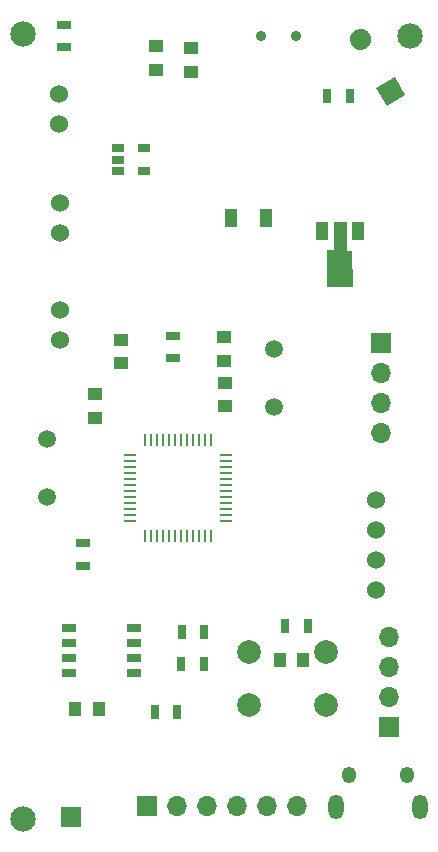
<source format=gbs>
G04 #@! TF.GenerationSoftware,KiCad,Pcbnew,5.1.7-a382d34a8~88~ubuntu18.04.1*
G04 #@! TF.CreationDate,2021-05-31T17:25:42+05:30*
G04 #@! TF.ProjectId,Sensor_PCB_v5,53656e73-6f72-45f5-9043-425f76352e6b,rev?*
G04 #@! TF.SameCoordinates,Original*
G04 #@! TF.FileFunction,Soldermask,Bot*
G04 #@! TF.FilePolarity,Negative*
%FSLAX46Y46*%
G04 Gerber Fmt 4.6, Leading zero omitted, Abs format (unit mm)*
G04 Created by KiCad (PCBNEW 5.1.7-a382d34a8~88~ubuntu18.04.1) date 2021-05-31 17:25:42*
%MOMM*%
%LPD*%
G01*
G04 APERTURE LIST*
%ADD10C,2.150000*%
%ADD11R,1.300000X0.700000*%
%ADD12C,1.524000*%
%ADD13O,1.300000X2.100000*%
%ADD14O,1.200000X1.400000*%
%ADD15R,1.000000X1.500000*%
%ADD16C,0.100000*%
%ADD17R,1.700000X1.700000*%
%ADD18O,1.700000X1.700000*%
%ADD19R,1.000000X0.230000*%
%ADD20R,0.230000X1.000000*%
%ADD21C,0.900000*%
%ADD22R,1.000000X1.250000*%
%ADD23R,1.250000X1.000000*%
%ADD24R,0.700000X1.300000*%
%ADD25R,1.060000X0.650000*%
%ADD26C,1.500000*%
%ADD27C,2.000000*%
%ADD28R,1.000000X1.600000*%
G04 APERTURE END LIST*
D10*
X25206960Y-87741760D03*
X57998360Y-21450300D03*
X25224740Y-21264880D03*
D11*
X34621900Y-74109600D03*
X34621900Y-75379600D03*
X34621900Y-72839600D03*
X34621900Y-71569600D03*
X29121900Y-74109600D03*
X29121900Y-75379600D03*
X29121900Y-72839600D03*
X29121900Y-71569600D03*
D12*
X28323900Y-44656100D03*
X28333900Y-47196100D03*
D13*
X51677600Y-86741000D03*
X58827600Y-86741000D03*
D14*
X52827600Y-83991000D03*
X57677600Y-83991000D03*
D12*
X28224800Y-26324900D03*
X28234800Y-28864900D03*
X28298500Y-35557800D03*
X28308500Y-38097800D03*
X55107500Y-60744100D03*
X55107500Y-63284100D03*
X55107500Y-65824100D03*
X55107500Y-68364100D03*
D15*
X50529400Y-37943700D03*
X53529400Y-37943700D03*
D16*
G36*
X51558949Y-37184620D02*
G01*
X51565211Y-37186266D01*
X51587513Y-37193700D01*
X52539400Y-37193700D01*
X52549155Y-37194661D01*
X52558534Y-37197506D01*
X52567179Y-37202127D01*
X52574755Y-37208345D01*
X52580973Y-37215921D01*
X52585594Y-37224566D01*
X52588439Y-37233945D01*
X52589400Y-37243700D01*
X52589400Y-39633700D01*
X53039400Y-39633700D01*
X53049155Y-39634661D01*
X53058534Y-39637506D01*
X53067179Y-39642127D01*
X53074755Y-39648345D01*
X53080973Y-39655921D01*
X53085594Y-39664566D01*
X53088439Y-39673945D01*
X53089400Y-39683531D01*
X53099400Y-42633531D01*
X53098472Y-42643288D01*
X53095659Y-42652677D01*
X53091067Y-42661337D01*
X53084875Y-42668935D01*
X53077319Y-42675179D01*
X53068691Y-42679829D01*
X53059321Y-42682706D01*
X53049400Y-42683700D01*
X52539400Y-42683700D01*
X52539400Y-42723700D01*
X51539400Y-42723700D01*
X51539400Y-42683700D01*
X50989400Y-42683700D01*
X50979645Y-42682739D01*
X50970266Y-42679894D01*
X50961621Y-42675273D01*
X50954045Y-42669055D01*
X50947827Y-42661479D01*
X50943206Y-42652834D01*
X50940361Y-42643455D01*
X50939400Y-42633700D01*
X50939400Y-39623700D01*
X50940361Y-39613945D01*
X50943206Y-39604566D01*
X50947827Y-39595921D01*
X50954045Y-39588345D01*
X50961621Y-39582127D01*
X50970266Y-39577506D01*
X50979645Y-39574661D01*
X50989400Y-39573700D01*
X51509190Y-39573700D01*
X51499400Y-37233909D01*
X51500320Y-37224151D01*
X51503126Y-37214759D01*
X51507711Y-37206096D01*
X51513897Y-37198493D01*
X51521448Y-37192243D01*
X51530073Y-37187586D01*
X51539440Y-37184702D01*
X51549191Y-37183700D01*
X51558949Y-37184620D01*
G37*
D17*
X35679400Y-86669900D03*
D18*
X38219400Y-86669900D03*
X40759400Y-86669900D03*
X43299400Y-86669900D03*
X45839400Y-86669900D03*
X48379400Y-86669900D03*
D19*
X42362100Y-57421800D03*
D20*
X41092100Y-63771800D03*
X40584100Y-63771800D03*
X40076100Y-63771800D03*
X39568100Y-63771800D03*
X39060100Y-63771800D03*
X38552100Y-63771800D03*
X38044100Y-63771800D03*
X37536100Y-63771800D03*
X37028100Y-63771800D03*
X36520100Y-63771800D03*
X36012100Y-63771800D03*
X35504100Y-63771800D03*
D19*
X34234100Y-62501800D03*
X34234100Y-61993800D03*
X34234100Y-60977800D03*
X34234100Y-60469800D03*
X34234100Y-59961800D03*
X34234100Y-59453800D03*
X34234100Y-58945800D03*
X34234100Y-58437800D03*
X34234100Y-57929800D03*
X34234100Y-57421800D03*
X34234100Y-56913800D03*
D20*
X36012100Y-55643800D03*
X36520100Y-55643800D03*
X37028100Y-55643800D03*
X37536100Y-55643800D03*
X38044100Y-55643800D03*
X38552100Y-55643800D03*
X39060100Y-55643800D03*
X39568100Y-55643800D03*
X40076100Y-55643800D03*
X40584100Y-55643800D03*
X41092100Y-55643800D03*
D19*
X42362100Y-56913800D03*
X42362100Y-57929800D03*
X42362100Y-58437800D03*
X42362100Y-58945800D03*
X42362100Y-59453800D03*
X42362100Y-59961800D03*
X42362100Y-60469800D03*
X42362100Y-60977800D03*
X42362100Y-61485800D03*
X42362100Y-61993800D03*
X42362100Y-62501800D03*
D20*
X35504100Y-55643800D03*
D19*
X34234100Y-61485800D03*
D21*
X45332500Y-21424900D03*
X48332500Y-21424900D03*
D11*
X30261600Y-66278800D03*
X30261600Y-64378800D03*
D17*
X56200000Y-79926200D03*
D18*
X56200000Y-77386200D03*
X56200000Y-74846200D03*
X56200000Y-72306200D03*
D17*
X29255700Y-87609700D03*
X55473600Y-47475100D03*
D18*
X55473600Y-50015100D03*
X55473600Y-52555100D03*
X55473600Y-55095100D03*
D22*
X48935600Y-74284800D03*
X46935600Y-74284800D03*
D23*
X42227500Y-48947600D03*
X42227500Y-46947600D03*
X42296100Y-50805800D03*
X42296100Y-52805800D03*
X33530500Y-47150800D03*
X33530500Y-49150800D03*
X31249600Y-51786300D03*
X31249600Y-53786300D03*
X36446500Y-24291800D03*
X36446500Y-22291800D03*
X39413200Y-24477200D03*
X39413200Y-22477200D03*
D24*
X47401400Y-71384200D03*
X49301400Y-71384200D03*
D11*
X37863800Y-48719800D03*
X37863800Y-46819800D03*
X28638500Y-20490100D03*
X28638500Y-22390100D03*
D24*
X52875200Y-26489700D03*
X50975200Y-26489700D03*
G36*
G01*
X54234500Y-22516614D02*
X54234500Y-22516614D01*
G75*
G02*
X53005077Y-22187191I-450000J779423D01*
G01*
X53005077Y-22187191D01*
G75*
G02*
X53334500Y-20957768I779423J450000D01*
G01*
X53334500Y-20957768D01*
G75*
G02*
X54563923Y-21287191I450000J-779423D01*
G01*
X54563923Y-21287191D01*
G75*
G02*
X54234500Y-22516614I-779423J-450000D01*
G01*
G37*
D16*
G36*
X57553923Y-26466023D02*
G01*
X55995077Y-27366023D01*
X55095077Y-25807177D01*
X56653923Y-24907177D01*
X57553923Y-26466023D01*
G37*
D25*
X33271300Y-32860000D03*
X33271300Y-31910000D03*
X33271300Y-30960000D03*
X35471300Y-30960000D03*
X35471300Y-32860000D03*
D26*
X46454100Y-52830100D03*
X46454100Y-47950100D03*
X27223700Y-55598100D03*
X27223700Y-60478100D03*
D27*
X44371100Y-78079600D03*
X44371100Y-73579600D03*
X50871100Y-78079600D03*
X50871100Y-73579600D03*
D28*
X42795100Y-36814800D03*
X45795100Y-36814800D03*
D22*
X31629900Y-78404700D03*
X29629900Y-78404700D03*
D24*
X38597800Y-74617600D03*
X40497800Y-74617600D03*
X40558800Y-71899800D03*
X38658800Y-71899800D03*
X38267700Y-78709500D03*
X36367700Y-78709500D03*
M02*

</source>
